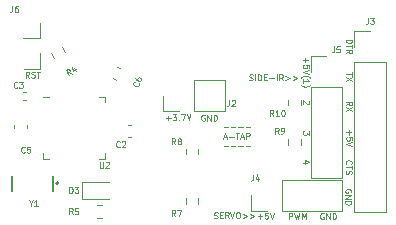
<source format=gbr>
%TF.GenerationSoftware,KiCad,Pcbnew,(6.0.0)*%
%TF.CreationDate,2022-03-25T10:47:18+03:00*%
%TF.ProjectId,SmartTap,536d6172-7454-4617-902e-6b696361645f,1*%
%TF.SameCoordinates,Original*%
%TF.FileFunction,Legend,Top*%
%TF.FilePolarity,Positive*%
%FSLAX46Y46*%
G04 Gerber Fmt 4.6, Leading zero omitted, Abs format (unit mm)*
G04 Created by KiCad (PCBNEW (6.0.0)) date 2022-03-25 10:47:18*
%MOMM*%
%LPD*%
G01*
G04 APERTURE LIST*
%ADD10C,0.100000*%
%ADD11C,0.125000*%
%ADD12C,0.120000*%
%ADD13C,0.127000*%
%ADD14C,0.200000*%
G04 APERTURE END LIST*
D10*
X209252579Y-116612936D02*
X209252579Y-116993889D01*
X209062103Y-116803413D02*
X209443055Y-116803413D01*
X209562103Y-117470079D02*
X209562103Y-117231984D01*
X209324008Y-117208174D01*
X209347817Y-117231984D01*
X209371627Y-117279603D01*
X209371627Y-117398651D01*
X209347817Y-117446270D01*
X209324008Y-117470079D01*
X209276389Y-117493889D01*
X209157341Y-117493889D01*
X209109722Y-117470079D01*
X209085913Y-117446270D01*
X209062103Y-117398651D01*
X209062103Y-117279603D01*
X209085913Y-117231984D01*
X209109722Y-117208174D01*
X209562103Y-117636746D02*
X209062103Y-117803413D01*
X209562103Y-117970079D01*
X205727142Y-119391032D02*
X205393809Y-119391032D01*
X205917619Y-119271984D02*
X205560476Y-119152936D01*
X205560476Y-119462460D01*
X182214484Y-112161984D02*
X182047817Y-111923889D01*
X181928770Y-112161984D02*
X181928770Y-111661984D01*
X182119246Y-111661984D01*
X182166865Y-111685794D01*
X182190674Y-111709603D01*
X182214484Y-111757222D01*
X182214484Y-111828651D01*
X182190674Y-111876270D01*
X182166865Y-111900079D01*
X182119246Y-111923889D01*
X181928770Y-111923889D01*
X182404960Y-112138174D02*
X182476389Y-112161984D01*
X182595436Y-112161984D01*
X182643055Y-112138174D01*
X182666865Y-112114365D01*
X182690674Y-112066746D01*
X182690674Y-112019127D01*
X182666865Y-111971508D01*
X182643055Y-111947698D01*
X182595436Y-111923889D01*
X182500198Y-111900079D01*
X182452579Y-111876270D01*
X182428770Y-111852460D01*
X182404960Y-111804841D01*
X182404960Y-111757222D01*
X182428770Y-111709603D01*
X182452579Y-111685794D01*
X182500198Y-111661984D01*
X182619246Y-111661984D01*
X182690674Y-111685794D01*
X182833532Y-111661984D02*
X183119246Y-111661984D01*
X182976389Y-112161984D02*
X182976389Y-111661984D01*
X197874008Y-124048174D02*
X197945436Y-124071984D01*
X198064484Y-124071984D01*
X198112103Y-124048174D01*
X198135913Y-124024365D01*
X198159722Y-123976746D01*
X198159722Y-123929127D01*
X198135913Y-123881508D01*
X198112103Y-123857698D01*
X198064484Y-123833889D01*
X197969246Y-123810079D01*
X197921627Y-123786270D01*
X197897817Y-123762460D01*
X197874008Y-123714841D01*
X197874008Y-123667222D01*
X197897817Y-123619603D01*
X197921627Y-123595794D01*
X197969246Y-123571984D01*
X198088294Y-123571984D01*
X198159722Y-123595794D01*
X198374008Y-123810079D02*
X198540674Y-123810079D01*
X198612103Y-124071984D02*
X198374008Y-124071984D01*
X198374008Y-123571984D01*
X198612103Y-123571984D01*
X199112103Y-124071984D02*
X198945436Y-123833889D01*
X198826389Y-124071984D02*
X198826389Y-123571984D01*
X199016865Y-123571984D01*
X199064484Y-123595794D01*
X199088294Y-123619603D01*
X199112103Y-123667222D01*
X199112103Y-123738651D01*
X199088294Y-123786270D01*
X199064484Y-123810079D01*
X199016865Y-123833889D01*
X198826389Y-123833889D01*
X199254960Y-123571984D02*
X199421627Y-124071984D01*
X199588294Y-123571984D01*
X199850198Y-123571984D02*
X199945436Y-123571984D01*
X199993055Y-123595794D01*
X200040674Y-123643413D01*
X200064484Y-123738651D01*
X200064484Y-123905317D01*
X200040674Y-124000555D01*
X199993055Y-124048174D01*
X199945436Y-124071984D01*
X199850198Y-124071984D01*
X199802579Y-124048174D01*
X199754960Y-124000555D01*
X199731151Y-123905317D01*
X199731151Y-123738651D01*
X199754960Y-123643413D01*
X199802579Y-123595794D01*
X199850198Y-123571984D01*
X200278770Y-123738651D02*
X200659722Y-123881508D01*
X200278770Y-124024365D01*
X200897817Y-123738651D02*
X201278770Y-123881508D01*
X200897817Y-124024365D01*
X205602579Y-110491508D02*
X205602579Y-110872460D01*
X205412103Y-110681984D02*
X205793055Y-110681984D01*
X205912103Y-111348651D02*
X205912103Y-111110555D01*
X205674008Y-111086746D01*
X205697817Y-111110555D01*
X205721627Y-111158174D01*
X205721627Y-111277222D01*
X205697817Y-111324841D01*
X205674008Y-111348651D01*
X205626389Y-111372460D01*
X205507341Y-111372460D01*
X205459722Y-111348651D01*
X205435913Y-111324841D01*
X205412103Y-111277222D01*
X205412103Y-111158174D01*
X205435913Y-111110555D01*
X205459722Y-111086746D01*
X205912103Y-111515317D02*
X205412103Y-111681984D01*
X205912103Y-111848651D01*
X205221627Y-112158174D02*
X205245436Y-112134365D01*
X205316865Y-112086746D01*
X205364484Y-112062936D01*
X205435913Y-112039127D01*
X205554960Y-112015317D01*
X205650198Y-112015317D01*
X205769246Y-112039127D01*
X205840674Y-112062936D01*
X205888294Y-112086746D01*
X205959722Y-112134365D01*
X205983532Y-112158174D01*
X205412103Y-112610555D02*
X205412103Y-112324841D01*
X205412103Y-112467698D02*
X205912103Y-112467698D01*
X205840674Y-112420079D01*
X205793055Y-112372460D01*
X205769246Y-112324841D01*
X205221627Y-112777222D02*
X205245436Y-112801032D01*
X205316865Y-112848651D01*
X205364484Y-112872460D01*
X205435913Y-112896270D01*
X205554960Y-112920079D01*
X205650198Y-112920079D01*
X205769246Y-112896270D01*
X205840674Y-112872460D01*
X205888294Y-112848651D01*
X205959722Y-112801032D01*
X205983532Y-112777222D01*
X209059722Y-119471984D02*
X209035913Y-119448174D01*
X209012103Y-119376746D01*
X209012103Y-119329127D01*
X209035913Y-119257698D01*
X209083532Y-119210079D01*
X209131151Y-119186270D01*
X209226389Y-119162460D01*
X209297817Y-119162460D01*
X209393055Y-119186270D01*
X209440674Y-119210079D01*
X209488294Y-119257698D01*
X209512103Y-119329127D01*
X209512103Y-119376746D01*
X209488294Y-119448174D01*
X209464484Y-119471984D01*
X209512103Y-119614841D02*
X209512103Y-119900555D01*
X209012103Y-119757698D02*
X209512103Y-119757698D01*
X209035913Y-120043413D02*
X209012103Y-120114841D01*
X209012103Y-120233889D01*
X209035913Y-120281508D01*
X209059722Y-120305317D01*
X209107341Y-120329127D01*
X209154960Y-120329127D01*
X209202579Y-120305317D01*
X209226389Y-120281508D01*
X209250198Y-120233889D01*
X209274008Y-120138651D01*
X209297817Y-120091032D01*
X209321627Y-120067222D01*
X209369246Y-120043413D01*
X209416865Y-120043413D01*
X209464484Y-120067222D01*
X209488294Y-120091032D01*
X209512103Y-120138651D01*
X209512103Y-120257698D01*
X209488294Y-120329127D01*
X207137341Y-123665794D02*
X207089722Y-123641984D01*
X207018294Y-123641984D01*
X206946865Y-123665794D01*
X206899246Y-123713413D01*
X206875436Y-123761032D01*
X206851627Y-123856270D01*
X206851627Y-123927698D01*
X206875436Y-124022936D01*
X206899246Y-124070555D01*
X206946865Y-124118174D01*
X207018294Y-124141984D01*
X207065913Y-124141984D01*
X207137341Y-124118174D01*
X207161151Y-124094365D01*
X207161151Y-123927698D01*
X207065913Y-123927698D01*
X207375436Y-124141984D02*
X207375436Y-123641984D01*
X207661151Y-124141984D01*
X207661151Y-123641984D01*
X207899246Y-124141984D02*
X207899246Y-123641984D01*
X208018294Y-123641984D01*
X208089722Y-123665794D01*
X208137341Y-123713413D01*
X208161151Y-123761032D01*
X208184960Y-123856270D01*
X208184960Y-123927698D01*
X208161151Y-124022936D01*
X208137341Y-124070555D01*
X208089722Y-124118174D01*
X208018294Y-124141984D01*
X207899246Y-124141984D01*
D11*
X198670952Y-116350714D02*
X199051904Y-116350714D01*
X199290000Y-116350714D02*
X199670952Y-116350714D01*
X199909047Y-116350714D02*
X200290000Y-116350714D01*
X200528095Y-116350714D02*
X200909047Y-116350714D01*
X198706666Y-117203333D02*
X198944761Y-117203333D01*
X198659047Y-117346190D02*
X198825714Y-116846190D01*
X198992380Y-117346190D01*
X199159047Y-117155714D02*
X199540000Y-117155714D01*
X199706666Y-116846190D02*
X199992380Y-116846190D01*
X199849523Y-117346190D02*
X199849523Y-116846190D01*
X200135238Y-117203333D02*
X200373333Y-117203333D01*
X200087619Y-117346190D02*
X200254285Y-116846190D01*
X200420952Y-117346190D01*
X200587619Y-117346190D02*
X200587619Y-116846190D01*
X200778095Y-116846190D01*
X200825714Y-116870000D01*
X200849523Y-116893809D01*
X200873333Y-116941428D01*
X200873333Y-117012857D01*
X200849523Y-117060476D01*
X200825714Y-117084285D01*
X200778095Y-117108095D01*
X200587619Y-117108095D01*
X198670952Y-117960714D02*
X199051904Y-117960714D01*
X199290000Y-117960714D02*
X199670952Y-117960714D01*
X199909047Y-117960714D02*
X200290000Y-117960714D01*
X200528095Y-117960714D02*
X200909047Y-117960714D01*
D10*
X201555436Y-123921508D02*
X201936389Y-123921508D01*
X201745913Y-124111984D02*
X201745913Y-123731032D01*
X202412579Y-123611984D02*
X202174484Y-123611984D01*
X202150674Y-123850079D01*
X202174484Y-123826270D01*
X202222103Y-123802460D01*
X202341151Y-123802460D01*
X202388770Y-123826270D01*
X202412579Y-123850079D01*
X202436389Y-123897698D01*
X202436389Y-124016746D01*
X202412579Y-124064365D01*
X202388770Y-124088174D01*
X202341151Y-124111984D01*
X202222103Y-124111984D01*
X202174484Y-124088174D01*
X202150674Y-124064365D01*
X202579246Y-123611984D02*
X202745913Y-124111984D01*
X202912579Y-123611984D01*
X209062103Y-114522460D02*
X209300198Y-114355794D01*
X209062103Y-114236746D02*
X209562103Y-114236746D01*
X209562103Y-114427222D01*
X209538294Y-114474841D01*
X209514484Y-114498651D01*
X209466865Y-114522460D01*
X209395436Y-114522460D01*
X209347817Y-114498651D01*
X209324008Y-114474841D01*
X209300198Y-114427222D01*
X209300198Y-114236746D01*
X209562103Y-114689127D02*
X209062103Y-115022460D01*
X209562103Y-115022460D02*
X209062103Y-114689127D01*
X209512103Y-111714841D02*
X209512103Y-112000555D01*
X209012103Y-111857698D02*
X209512103Y-111857698D01*
X209512103Y-112119603D02*
X209012103Y-112452936D01*
X209512103Y-112452936D02*
X209012103Y-112119603D01*
X200852579Y-112378174D02*
X200924008Y-112401984D01*
X201043055Y-112401984D01*
X201090674Y-112378174D01*
X201114484Y-112354365D01*
X201138294Y-112306746D01*
X201138294Y-112259127D01*
X201114484Y-112211508D01*
X201090674Y-112187698D01*
X201043055Y-112163889D01*
X200947817Y-112140079D01*
X200900198Y-112116270D01*
X200876389Y-112092460D01*
X200852579Y-112044841D01*
X200852579Y-111997222D01*
X200876389Y-111949603D01*
X200900198Y-111925794D01*
X200947817Y-111901984D01*
X201066865Y-111901984D01*
X201138294Y-111925794D01*
X201352579Y-112401984D02*
X201352579Y-111901984D01*
X201590674Y-112401984D02*
X201590674Y-111901984D01*
X201709722Y-111901984D01*
X201781151Y-111925794D01*
X201828770Y-111973413D01*
X201852579Y-112021032D01*
X201876389Y-112116270D01*
X201876389Y-112187698D01*
X201852579Y-112282936D01*
X201828770Y-112330555D01*
X201781151Y-112378174D01*
X201709722Y-112401984D01*
X201590674Y-112401984D01*
X202090674Y-112140079D02*
X202257341Y-112140079D01*
X202328770Y-112401984D02*
X202090674Y-112401984D01*
X202090674Y-111901984D01*
X202328770Y-111901984D01*
X202543055Y-112211508D02*
X202924008Y-112211508D01*
X203162103Y-112401984D02*
X203162103Y-111901984D01*
X203685913Y-112401984D02*
X203519246Y-112163889D01*
X203400198Y-112401984D02*
X203400198Y-111901984D01*
X203590674Y-111901984D01*
X203638294Y-111925794D01*
X203662103Y-111949603D01*
X203685913Y-111997222D01*
X203685913Y-112068651D01*
X203662103Y-112116270D01*
X203638294Y-112140079D01*
X203590674Y-112163889D01*
X203400198Y-112163889D01*
X203900198Y-112068651D02*
X204281151Y-112211508D01*
X203900198Y-112354365D01*
X204519246Y-112068651D02*
X204900198Y-112211508D01*
X204519246Y-112354365D01*
X197057341Y-115345794D02*
X197009722Y-115321984D01*
X196938294Y-115321984D01*
X196866865Y-115345794D01*
X196819246Y-115393413D01*
X196795436Y-115441032D01*
X196771627Y-115536270D01*
X196771627Y-115607698D01*
X196795436Y-115702936D01*
X196819246Y-115750555D01*
X196866865Y-115798174D01*
X196938294Y-115821984D01*
X196985913Y-115821984D01*
X197057341Y-115798174D01*
X197081151Y-115774365D01*
X197081151Y-115607698D01*
X196985913Y-115607698D01*
X197295436Y-115821984D02*
X197295436Y-115321984D01*
X197581151Y-115821984D01*
X197581151Y-115321984D01*
X197819246Y-115821984D02*
X197819246Y-115321984D01*
X197938294Y-115321984D01*
X198009722Y-115345794D01*
X198057341Y-115393413D01*
X198081151Y-115441032D01*
X198104960Y-115536270D01*
X198104960Y-115607698D01*
X198081151Y-115702936D01*
X198057341Y-115750555D01*
X198009722Y-115798174D01*
X197938294Y-115821984D01*
X197819246Y-115821984D01*
X205866190Y-114122936D02*
X205890000Y-114146746D01*
X205913809Y-114194365D01*
X205913809Y-114313413D01*
X205890000Y-114361032D01*
X205866190Y-114384841D01*
X205818571Y-114408651D01*
X205770952Y-114408651D01*
X205699523Y-114384841D01*
X205413809Y-114099127D01*
X205413809Y-114408651D01*
X205913809Y-116699127D02*
X205913809Y-117008651D01*
X205723333Y-116841984D01*
X205723333Y-116913413D01*
X205699523Y-116961032D01*
X205675714Y-116984841D01*
X205628095Y-117008651D01*
X205509047Y-117008651D01*
X205461428Y-116984841D01*
X205437619Y-116961032D01*
X205413809Y-116913413D01*
X205413809Y-116770555D01*
X205437619Y-116722936D01*
X205461428Y-116699127D01*
X209052103Y-108944365D02*
X209552103Y-108944365D01*
X209552103Y-109063413D01*
X209528294Y-109134841D01*
X209480674Y-109182460D01*
X209433055Y-109206270D01*
X209337817Y-109230079D01*
X209266389Y-109230079D01*
X209171151Y-109206270D01*
X209123532Y-109182460D01*
X209075913Y-109134841D01*
X209052103Y-109063413D01*
X209052103Y-108944365D01*
X209552103Y-109372936D02*
X209552103Y-109658651D01*
X209052103Y-109515794D02*
X209552103Y-109515794D01*
X209052103Y-110111032D02*
X209290198Y-109944365D01*
X209052103Y-109825317D02*
X209552103Y-109825317D01*
X209552103Y-110015794D01*
X209528294Y-110063413D01*
X209504484Y-110087222D01*
X209456865Y-110111032D01*
X209385436Y-110111032D01*
X209337817Y-110087222D01*
X209314008Y-110063413D01*
X209290198Y-110015794D01*
X209290198Y-109825317D01*
X204215913Y-124121984D02*
X204215913Y-123621984D01*
X204406389Y-123621984D01*
X204454008Y-123645794D01*
X204477817Y-123669603D01*
X204501627Y-123717222D01*
X204501627Y-123788651D01*
X204477817Y-123836270D01*
X204454008Y-123860079D01*
X204406389Y-123883889D01*
X204215913Y-123883889D01*
X204668294Y-123621984D02*
X204787341Y-124121984D01*
X204882579Y-123764841D01*
X204977817Y-124121984D01*
X205096865Y-123621984D01*
X205287341Y-124121984D02*
X205287341Y-123621984D01*
X205454008Y-123979127D01*
X205620674Y-123621984D01*
X205620674Y-124121984D01*
X193798294Y-115581508D02*
X194179246Y-115581508D01*
X193988770Y-115771984D02*
X193988770Y-115391032D01*
X194369722Y-115271984D02*
X194679246Y-115271984D01*
X194512579Y-115462460D01*
X194584008Y-115462460D01*
X194631627Y-115486270D01*
X194655436Y-115510079D01*
X194679246Y-115557698D01*
X194679246Y-115676746D01*
X194655436Y-115724365D01*
X194631627Y-115748174D01*
X194584008Y-115771984D01*
X194441151Y-115771984D01*
X194393532Y-115748174D01*
X194369722Y-115724365D01*
X194893532Y-115724365D02*
X194917341Y-115748174D01*
X194893532Y-115771984D01*
X194869722Y-115748174D01*
X194893532Y-115724365D01*
X194893532Y-115771984D01*
X195084008Y-115271984D02*
X195417341Y-115271984D01*
X195203055Y-115771984D01*
X195536389Y-115271984D02*
X195703055Y-115771984D01*
X195869722Y-115271984D01*
X209448294Y-121884841D02*
X209472103Y-121837222D01*
X209472103Y-121765794D01*
X209448294Y-121694365D01*
X209400674Y-121646746D01*
X209353055Y-121622936D01*
X209257817Y-121599127D01*
X209186389Y-121599127D01*
X209091151Y-121622936D01*
X209043532Y-121646746D01*
X208995913Y-121694365D01*
X208972103Y-121765794D01*
X208972103Y-121813413D01*
X208995913Y-121884841D01*
X209019722Y-121908651D01*
X209186389Y-121908651D01*
X209186389Y-121813413D01*
X208972103Y-122122936D02*
X209472103Y-122122936D01*
X208972103Y-122408651D01*
X209472103Y-122408651D01*
X208972103Y-122646746D02*
X209472103Y-122646746D01*
X209472103Y-122765794D01*
X209448294Y-122837222D01*
X209400674Y-122884841D01*
X209353055Y-122908651D01*
X209257817Y-122932460D01*
X209186389Y-122932460D01*
X209091151Y-122908651D01*
X209043532Y-122884841D01*
X208995913Y-122837222D01*
X208972103Y-122765794D01*
X208972103Y-122646746D01*
%TO.C,D3*%
X185609246Y-121931984D02*
X185609246Y-121431984D01*
X185728294Y-121431984D01*
X185799722Y-121455794D01*
X185847341Y-121503413D01*
X185871151Y-121551032D01*
X185894960Y-121646270D01*
X185894960Y-121717698D01*
X185871151Y-121812936D01*
X185847341Y-121860555D01*
X185799722Y-121908174D01*
X185728294Y-121931984D01*
X185609246Y-121931984D01*
X186061627Y-121431984D02*
X186371151Y-121431984D01*
X186204484Y-121622460D01*
X186275913Y-121622460D01*
X186323532Y-121646270D01*
X186347341Y-121670079D01*
X186371151Y-121717698D01*
X186371151Y-121836746D01*
X186347341Y-121884365D01*
X186323532Y-121908174D01*
X186275913Y-121931984D01*
X186133055Y-121931984D01*
X186085436Y-121908174D01*
X186061627Y-121884365D01*
%TO.C,C3*%
X181194960Y-112984365D02*
X181171151Y-113008174D01*
X181099722Y-113031984D01*
X181052103Y-113031984D01*
X180980674Y-113008174D01*
X180933055Y-112960555D01*
X180909246Y-112912936D01*
X180885436Y-112817698D01*
X180885436Y-112746270D01*
X180909246Y-112651032D01*
X180933055Y-112603413D01*
X180980674Y-112555794D01*
X181052103Y-112531984D01*
X181099722Y-112531984D01*
X181171151Y-112555794D01*
X181194960Y-112579603D01*
X181361627Y-112531984D02*
X181671151Y-112531984D01*
X181504484Y-112722460D01*
X181575913Y-112722460D01*
X181623532Y-112746270D01*
X181647341Y-112770079D01*
X181671151Y-112817698D01*
X181671151Y-112936746D01*
X181647341Y-112984365D01*
X181623532Y-113008174D01*
X181575913Y-113031984D01*
X181433055Y-113031984D01*
X181385436Y-113008174D01*
X181361627Y-112984365D01*
%TO.C,R8*%
X194584960Y-117801984D02*
X194418294Y-117563889D01*
X194299246Y-117801984D02*
X194299246Y-117301984D01*
X194489722Y-117301984D01*
X194537341Y-117325794D01*
X194561151Y-117349603D01*
X194584960Y-117397222D01*
X194584960Y-117468651D01*
X194561151Y-117516270D01*
X194537341Y-117540079D01*
X194489722Y-117563889D01*
X194299246Y-117563889D01*
X194870674Y-117516270D02*
X194823055Y-117492460D01*
X194799246Y-117468651D01*
X194775436Y-117421032D01*
X194775436Y-117397222D01*
X194799246Y-117349603D01*
X194823055Y-117325794D01*
X194870674Y-117301984D01*
X194965913Y-117301984D01*
X195013532Y-117325794D01*
X195037341Y-117349603D01*
X195061151Y-117397222D01*
X195061151Y-117421032D01*
X195037341Y-117468651D01*
X195013532Y-117492460D01*
X194965913Y-117516270D01*
X194870674Y-117516270D01*
X194823055Y-117540079D01*
X194799246Y-117563889D01*
X194775436Y-117611508D01*
X194775436Y-117706746D01*
X194799246Y-117754365D01*
X194823055Y-117778174D01*
X194870674Y-117801984D01*
X194965913Y-117801984D01*
X195013532Y-117778174D01*
X195037341Y-117754365D01*
X195061151Y-117706746D01*
X195061151Y-117611508D01*
X195037341Y-117563889D01*
X195013532Y-117540079D01*
X194965913Y-117516270D01*
%TO.C,R9*%
X203324960Y-116911984D02*
X203158294Y-116673889D01*
X203039246Y-116911984D02*
X203039246Y-116411984D01*
X203229722Y-116411984D01*
X203277341Y-116435794D01*
X203301151Y-116459603D01*
X203324960Y-116507222D01*
X203324960Y-116578651D01*
X203301151Y-116626270D01*
X203277341Y-116650079D01*
X203229722Y-116673889D01*
X203039246Y-116673889D01*
X203563055Y-116911984D02*
X203658294Y-116911984D01*
X203705913Y-116888174D01*
X203729722Y-116864365D01*
X203777341Y-116792936D01*
X203801151Y-116697698D01*
X203801151Y-116507222D01*
X203777341Y-116459603D01*
X203753532Y-116435794D01*
X203705913Y-116411984D01*
X203610674Y-116411984D01*
X203563055Y-116435794D01*
X203539246Y-116459603D01*
X203515436Y-116507222D01*
X203515436Y-116626270D01*
X203539246Y-116673889D01*
X203563055Y-116697698D01*
X203610674Y-116721508D01*
X203705913Y-116721508D01*
X203753532Y-116697698D01*
X203777341Y-116673889D01*
X203801151Y-116626270D01*
%TO.C,C2*%
X189874960Y-118004365D02*
X189851151Y-118028174D01*
X189779722Y-118051984D01*
X189732103Y-118051984D01*
X189660674Y-118028174D01*
X189613055Y-117980555D01*
X189589246Y-117932936D01*
X189565436Y-117837698D01*
X189565436Y-117766270D01*
X189589246Y-117671032D01*
X189613055Y-117623413D01*
X189660674Y-117575794D01*
X189732103Y-117551984D01*
X189779722Y-117551984D01*
X189851151Y-117575794D01*
X189874960Y-117599603D01*
X190065436Y-117599603D02*
X190089246Y-117575794D01*
X190136865Y-117551984D01*
X190255913Y-117551984D01*
X190303532Y-117575794D01*
X190327341Y-117599603D01*
X190351151Y-117647222D01*
X190351151Y-117694841D01*
X190327341Y-117766270D01*
X190041627Y-118051984D01*
X190351151Y-118051984D01*
%TO.C,C5*%
X181834960Y-118474365D02*
X181811151Y-118498174D01*
X181739722Y-118521984D01*
X181692103Y-118521984D01*
X181620674Y-118498174D01*
X181573055Y-118450555D01*
X181549246Y-118402936D01*
X181525436Y-118307698D01*
X181525436Y-118236270D01*
X181549246Y-118141032D01*
X181573055Y-118093413D01*
X181620674Y-118045794D01*
X181692103Y-118021984D01*
X181739722Y-118021984D01*
X181811151Y-118045794D01*
X181834960Y-118069603D01*
X182287341Y-118021984D02*
X182049246Y-118021984D01*
X182025436Y-118260079D01*
X182049246Y-118236270D01*
X182096865Y-118212460D01*
X182215913Y-118212460D01*
X182263532Y-118236270D01*
X182287341Y-118260079D01*
X182311151Y-118307698D01*
X182311151Y-118426746D01*
X182287341Y-118474365D01*
X182263532Y-118498174D01*
X182215913Y-118521984D01*
X182096865Y-118521984D01*
X182049246Y-118498174D01*
X182025436Y-118474365D01*
%TO.C,R5*%
X185894960Y-123731984D02*
X185728294Y-123493889D01*
X185609246Y-123731984D02*
X185609246Y-123231984D01*
X185799722Y-123231984D01*
X185847341Y-123255794D01*
X185871151Y-123279603D01*
X185894960Y-123327222D01*
X185894960Y-123398651D01*
X185871151Y-123446270D01*
X185847341Y-123470079D01*
X185799722Y-123493889D01*
X185609246Y-123493889D01*
X186347341Y-123231984D02*
X186109246Y-123231984D01*
X186085436Y-123470079D01*
X186109246Y-123446270D01*
X186156865Y-123422460D01*
X186275913Y-123422460D01*
X186323532Y-123446270D01*
X186347341Y-123470079D01*
X186371151Y-123517698D01*
X186371151Y-123636746D01*
X186347341Y-123684365D01*
X186323532Y-123708174D01*
X186275913Y-123731984D01*
X186156865Y-123731984D01*
X186109246Y-123708174D01*
X186085436Y-123684365D01*
%TO.C,R4*%
X185819220Y-111843347D02*
X185555835Y-111720484D01*
X185571784Y-111986204D02*
X185321784Y-111553191D01*
X185486741Y-111457953D01*
X185539885Y-111454763D01*
X185572410Y-111463478D01*
X185616839Y-111492813D01*
X185652553Y-111554672D01*
X185655743Y-111607816D01*
X185647028Y-111640340D01*
X185617694Y-111684769D01*
X185452737Y-111780007D01*
X186023707Y-111340386D02*
X186190374Y-111629061D01*
X185825371Y-111234953D02*
X185900844Y-111603771D01*
X186168899Y-111449009D01*
%TO.C,U2*%
X188197341Y-119301984D02*
X188197341Y-119706746D01*
X188221151Y-119754365D01*
X188244960Y-119778174D01*
X188292579Y-119801984D01*
X188387817Y-119801984D01*
X188435436Y-119778174D01*
X188459246Y-119754365D01*
X188483055Y-119706746D01*
X188483055Y-119301984D01*
X188697341Y-119349603D02*
X188721151Y-119325794D01*
X188768770Y-119301984D01*
X188887817Y-119301984D01*
X188935436Y-119325794D01*
X188959246Y-119349603D01*
X188983055Y-119397222D01*
X188983055Y-119444841D01*
X188959246Y-119516270D01*
X188673532Y-119801984D01*
X188983055Y-119801984D01*
%TO.C,J6*%
X180781627Y-106101984D02*
X180781627Y-106459127D01*
X180757817Y-106530555D01*
X180710198Y-106578174D01*
X180638770Y-106601984D01*
X180591151Y-106601984D01*
X181234008Y-106101984D02*
X181138770Y-106101984D01*
X181091151Y-106125794D01*
X181067341Y-106149603D01*
X181019722Y-106221032D01*
X180995913Y-106316270D01*
X180995913Y-106506746D01*
X181019722Y-106554365D01*
X181043532Y-106578174D01*
X181091151Y-106601984D01*
X181186389Y-106601984D01*
X181234008Y-106578174D01*
X181257817Y-106554365D01*
X181281627Y-106506746D01*
X181281627Y-106387698D01*
X181257817Y-106340079D01*
X181234008Y-106316270D01*
X181186389Y-106292460D01*
X181091151Y-106292460D01*
X181043532Y-106316270D01*
X181019722Y-106340079D01*
X180995913Y-106387698D01*
%TO.C,C6*%
X191517594Y-112645176D02*
X191531824Y-112675693D01*
X191529768Y-112750957D01*
X191513481Y-112795705D01*
X191466678Y-112854682D01*
X191405644Y-112883143D01*
X191352753Y-112889230D01*
X191255115Y-112879030D01*
X191187994Y-112854600D01*
X191106643Y-112799653D01*
X191070039Y-112760993D01*
X191041579Y-112699959D01*
X191043635Y-112624695D01*
X191059922Y-112579947D01*
X191106725Y-112520970D01*
X191137242Y-112506740D01*
X191239075Y-112087727D02*
X191206502Y-112177222D01*
X191212589Y-112230113D01*
X191226819Y-112260630D01*
X191277653Y-112329807D01*
X191359004Y-112384754D01*
X191537994Y-112449900D01*
X191590884Y-112443814D01*
X191621401Y-112429583D01*
X191660061Y-112392979D01*
X191692635Y-112303485D01*
X191686548Y-112250594D01*
X191672317Y-112220077D01*
X191635714Y-112181417D01*
X191523845Y-112140700D01*
X191470955Y-112146787D01*
X191440438Y-112161017D01*
X191401777Y-112197621D01*
X191369204Y-112287116D01*
X191375291Y-112340007D01*
X191389521Y-112370524D01*
X191426125Y-112409184D01*
%TO.C,J3*%
X210911627Y-107131984D02*
X210911627Y-107489127D01*
X210887817Y-107560555D01*
X210840198Y-107608174D01*
X210768770Y-107631984D01*
X210721151Y-107631984D01*
X211102103Y-107131984D02*
X211411627Y-107131984D01*
X211244960Y-107322460D01*
X211316389Y-107322460D01*
X211364008Y-107346270D01*
X211387817Y-107370079D01*
X211411627Y-107417698D01*
X211411627Y-107536746D01*
X211387817Y-107584365D01*
X211364008Y-107608174D01*
X211316389Y-107631984D01*
X211173532Y-107631984D01*
X211125913Y-107608174D01*
X211102103Y-107584365D01*
%TO.C,J4*%
X201171627Y-120391984D02*
X201171627Y-120749127D01*
X201147817Y-120820555D01*
X201100198Y-120868174D01*
X201028770Y-120891984D01*
X200981151Y-120891984D01*
X201624008Y-120558651D02*
X201624008Y-120891984D01*
X201504960Y-120368174D02*
X201385913Y-120725317D01*
X201695436Y-120725317D01*
%TO.C,J5*%
X208011627Y-109531984D02*
X208011627Y-109889127D01*
X207987817Y-109960555D01*
X207940198Y-110008174D01*
X207868770Y-110031984D01*
X207821151Y-110031984D01*
X208487817Y-109531984D02*
X208249722Y-109531984D01*
X208225913Y-109770079D01*
X208249722Y-109746270D01*
X208297341Y-109722460D01*
X208416389Y-109722460D01*
X208464008Y-109746270D01*
X208487817Y-109770079D01*
X208511627Y-109817698D01*
X208511627Y-109936746D01*
X208487817Y-109984365D01*
X208464008Y-110008174D01*
X208416389Y-110031984D01*
X208297341Y-110031984D01*
X208249722Y-110008174D01*
X208225913Y-109984365D01*
%TO.C,R7*%
X194584960Y-123881984D02*
X194418294Y-123643889D01*
X194299246Y-123881984D02*
X194299246Y-123381984D01*
X194489722Y-123381984D01*
X194537341Y-123405794D01*
X194561151Y-123429603D01*
X194584960Y-123477222D01*
X194584960Y-123548651D01*
X194561151Y-123596270D01*
X194537341Y-123620079D01*
X194489722Y-123643889D01*
X194299246Y-123643889D01*
X194751627Y-123381984D02*
X195084960Y-123381984D01*
X194870674Y-123881984D01*
%TO.C,J2*%
X199151627Y-114061984D02*
X199151627Y-114419127D01*
X199127817Y-114490555D01*
X199080198Y-114538174D01*
X199008770Y-114561984D01*
X198961151Y-114561984D01*
X199365913Y-114109603D02*
X199389722Y-114085794D01*
X199437341Y-114061984D01*
X199556389Y-114061984D01*
X199604008Y-114085794D01*
X199627817Y-114109603D01*
X199651627Y-114157222D01*
X199651627Y-114204841D01*
X199627817Y-114276270D01*
X199342103Y-114561984D01*
X199651627Y-114561984D01*
%TO.C,Y1*%
X182340198Y-122793889D02*
X182340198Y-123031984D01*
X182173532Y-122531984D02*
X182340198Y-122793889D01*
X182506865Y-122531984D01*
X182935436Y-123031984D02*
X182649722Y-123031984D01*
X182792579Y-123031984D02*
X182792579Y-122531984D01*
X182744960Y-122603413D01*
X182697341Y-122651032D01*
X182649722Y-122674841D01*
%TO.C,R10*%
X202896865Y-115411984D02*
X202730198Y-115173889D01*
X202611151Y-115411984D02*
X202611151Y-114911984D01*
X202801627Y-114911984D01*
X202849246Y-114935794D01*
X202873055Y-114959603D01*
X202896865Y-115007222D01*
X202896865Y-115078651D01*
X202873055Y-115126270D01*
X202849246Y-115150079D01*
X202801627Y-115173889D01*
X202611151Y-115173889D01*
X203373055Y-115411984D02*
X203087341Y-115411984D01*
X203230198Y-115411984D02*
X203230198Y-114911984D01*
X203182579Y-114983413D01*
X203134960Y-115031032D01*
X203087341Y-115054841D01*
X203682579Y-114911984D02*
X203730198Y-114911984D01*
X203777817Y-114935794D01*
X203801627Y-114959603D01*
X203825436Y-115007222D01*
X203849246Y-115102460D01*
X203849246Y-115221508D01*
X203825436Y-115316746D01*
X203801627Y-115364365D01*
X203777817Y-115388174D01*
X203730198Y-115411984D01*
X203682579Y-115411984D01*
X203634960Y-115388174D01*
X203611151Y-115364365D01*
X203587341Y-115316746D01*
X203563532Y-115221508D01*
X203563532Y-115102460D01*
X203587341Y-115007222D01*
X203611151Y-114959603D01*
X203634960Y-114935794D01*
X203682579Y-114911984D01*
D12*
%TO.C,D3*%
X186693294Y-122440794D02*
X188978294Y-122440794D01*
X188978294Y-120970794D02*
X186693294Y-120970794D01*
X186693294Y-120970794D02*
X186693294Y-122440794D01*
%TO.C,C3*%
X181695458Y-114065794D02*
X181911130Y-114065794D01*
X181695458Y-113345794D02*
X181911130Y-113345794D01*
%TO.C,R8*%
X196500794Y-118668052D02*
X196500794Y-118193536D01*
X195455794Y-118668052D02*
X195455794Y-118193536D01*
%TO.C,R9*%
X205200794Y-117843052D02*
X205200794Y-117368536D01*
X204155794Y-117843052D02*
X204155794Y-117368536D01*
%TO.C,C2*%
X190848874Y-116215794D02*
X190567714Y-116215794D01*
X190848874Y-117235794D02*
X190567714Y-117235794D01*
%TO.C,C5*%
X180968294Y-116446374D02*
X180968294Y-116165214D01*
X181988294Y-116446374D02*
X181988294Y-116165214D01*
%TO.C,R5*%
X187916036Y-124028294D02*
X188390552Y-124028294D01*
X187916036Y-122983294D02*
X188390552Y-122983294D01*
%TO.C,R4*%
X184094667Y-110076044D02*
X184331925Y-110486986D01*
X184999663Y-109553544D02*
X185236921Y-109964486D01*
%TO.C,U2*%
X188138294Y-119015794D02*
X188613294Y-119015794D01*
X183868294Y-113795794D02*
X183393294Y-113795794D01*
X183393294Y-119015794D02*
X183393294Y-118540794D01*
X188613294Y-113795794D02*
X188613294Y-114270794D01*
X183868294Y-119015794D02*
X183393294Y-119015794D01*
X188613294Y-119015794D02*
X188613294Y-118540794D01*
X188138294Y-113795794D02*
X188613294Y-113795794D01*
%TO.C,J6*%
X183108294Y-108853294D02*
X183108294Y-107523294D01*
X183108294Y-110123294D02*
X183108294Y-111453294D01*
X183108294Y-111453294D02*
X181778294Y-111453294D01*
X183108294Y-108853294D02*
X181678294Y-108853294D01*
%TO.C,C6*%
X189271762Y-112236956D02*
X189535966Y-112333118D01*
X189620622Y-111278470D02*
X189884826Y-111374632D01*
%TO.C,J3*%
X209748294Y-123585794D02*
X212408294Y-123585794D01*
X209748294Y-110825794D02*
X209748294Y-123585794D01*
X209748294Y-108225794D02*
X211078294Y-108225794D01*
X209748294Y-110825794D02*
X212408294Y-110825794D01*
X212408294Y-110825794D02*
X212408294Y-123585794D01*
X209748294Y-109555794D02*
X209748294Y-108225794D01*
%TO.C,J4*%
X202318294Y-123465794D02*
X200988294Y-123465794D01*
X208728294Y-123465794D02*
X208728294Y-120805794D01*
X203588294Y-120805794D02*
X208728294Y-120805794D01*
X203588294Y-123465794D02*
X208728294Y-123465794D01*
X203588294Y-123465794D02*
X203588294Y-120805794D01*
X200988294Y-123465794D02*
X200988294Y-122135794D01*
%TO.C,J5*%
X206048294Y-112965794D02*
X206048294Y-120645794D01*
X206048294Y-112965794D02*
X208708294Y-112965794D01*
X206048294Y-110365794D02*
X207378294Y-110365794D01*
X206048294Y-120645794D02*
X208708294Y-120645794D01*
X206048294Y-111695794D02*
X206048294Y-110365794D01*
X208708294Y-112965794D02*
X208708294Y-120645794D01*
%TO.C,R7*%
X196500794Y-122843052D02*
X196500794Y-122368536D01*
X195455794Y-122843052D02*
X195455794Y-122368536D01*
%TO.C,J2*%
X196178294Y-115035794D02*
X196178294Y-112375794D01*
X196178294Y-112375794D02*
X198778294Y-112375794D01*
X194908294Y-115035794D02*
X193578294Y-115035794D01*
X193578294Y-115035794D02*
X193578294Y-113705794D01*
X196178294Y-115035794D02*
X198778294Y-115035794D01*
X198778294Y-115035794D02*
X198778294Y-112375794D01*
D13*
%TO.C,Y1*%
X180758294Y-120455794D02*
X180758294Y-121755794D01*
X184198294Y-120455794D02*
X184198294Y-121755794D01*
D14*
X184678294Y-121105794D02*
G75*
G03*
X184678294Y-121105794I-100000J0D01*
G01*
D12*
%TO.C,R10*%
X205200794Y-114518052D02*
X205200794Y-114043536D01*
X204155794Y-114518052D02*
X204155794Y-114043536D01*
%TD*%
M02*

</source>
